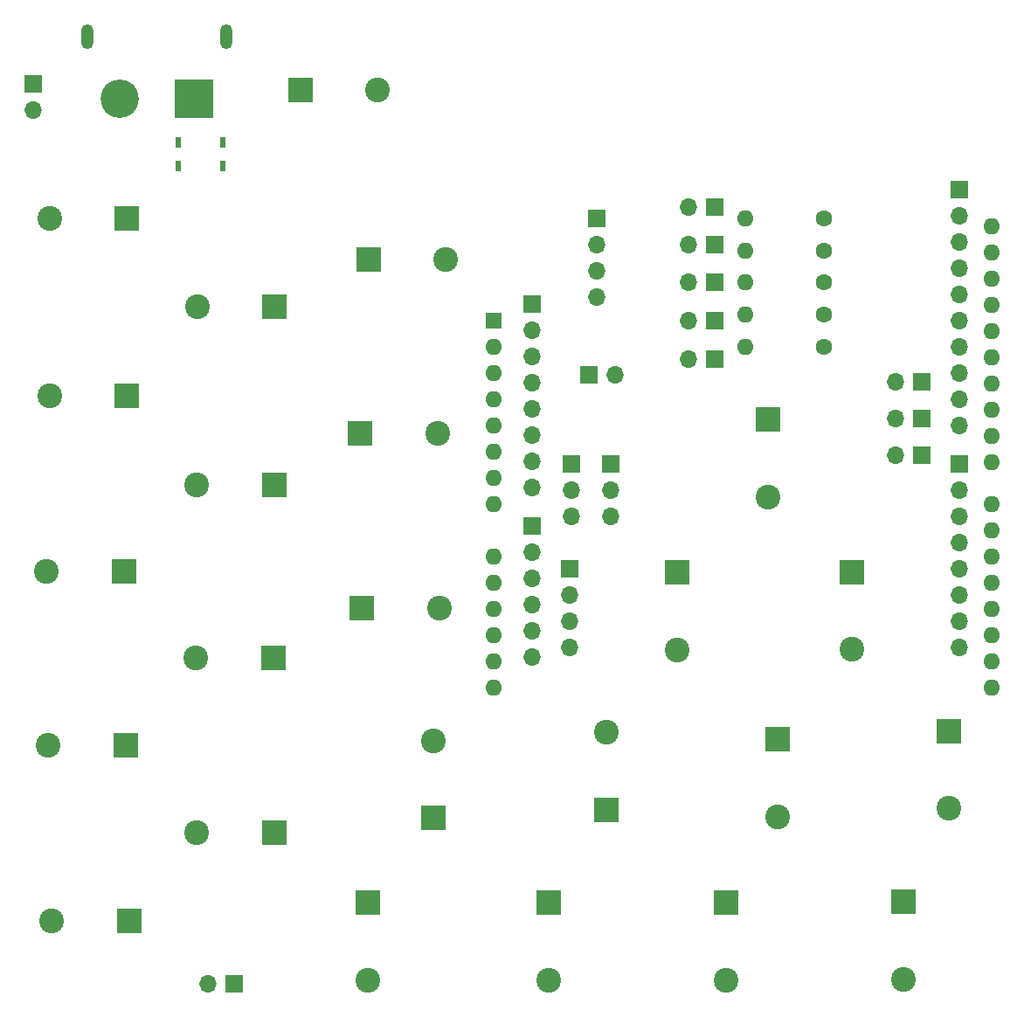
<source format=gbr>
%TF.GenerationSoftware,KiCad,Pcbnew,7.0.7*%
%TF.CreationDate,2023-09-20T14:32:49+02:00*%
%TF.ProjectId,Actuator,41637475-6174-46f7-922e-6b696361645f,v0.0*%
%TF.SameCoordinates,Original*%
%TF.FileFunction,Soldermask,Top*%
%TF.FilePolarity,Negative*%
%FSLAX46Y46*%
G04 Gerber Fmt 4.6, Leading zero omitted, Abs format (unit mm)*
G04 Created by KiCad (PCBNEW 7.0.7) date 2023-09-20 14:32:49*
%MOMM*%
%LPD*%
G01*
G04 APERTURE LIST*
%ADD10R,3.716000X3.716000*%
%ADD11C,3.716000*%
%ADD12O,1.200000X2.400000*%
%ADD13R,1.700000X1.700000*%
%ADD14O,1.700000X1.700000*%
%ADD15C,1.600000*%
%ADD16O,1.600000X1.600000*%
%ADD17R,2.400000X2.400000*%
%ADD18C,2.400000*%
%ADD19R,0.500000X1.075000*%
%ADD20R,1.600000X1.600000*%
G04 APERTURE END LIST*
D10*
%TO.C,J21*%
X109150000Y-70345000D03*
D11*
X101950000Y-70345000D03*
D12*
X112300000Y-64345000D03*
X98800000Y-64345000D03*
%TD*%
D13*
%TO.C,J17*%
X159579000Y-95619000D03*
D14*
X157039000Y-95619000D03*
%TD*%
D13*
%TO.C,J14*%
X179689000Y-101359000D03*
D14*
X177149000Y-101359000D03*
%TD*%
D15*
%TO.C,R1*%
X170179000Y-94394000D03*
D16*
X162559000Y-94394000D03*
%TD*%
D13*
%TO.C,J13*%
X179689000Y-104959000D03*
D14*
X177149000Y-104959000D03*
%TD*%
D13*
%TO.C,J23*%
X93554000Y-68919000D03*
D14*
X93554000Y-71459000D03*
%TD*%
D17*
%TO.C,C18*%
X132329000Y-140081755D03*
D18*
X132329000Y-132581755D03*
%TD*%
D13*
%TO.C,J11*%
X145689000Y-105779000D03*
D14*
X145689000Y-108319000D03*
X145689000Y-110859000D03*
%TD*%
D17*
%TO.C,C24*%
X164729000Y-101469000D03*
D18*
X164729000Y-108969000D03*
%TD*%
D13*
%TO.C,J8*%
X183329000Y-105769000D03*
D14*
X183329000Y-108309000D03*
X183329000Y-110849000D03*
X183329000Y-113389000D03*
X183329000Y-115929000D03*
X183329000Y-118469000D03*
X183329000Y-121009000D03*
X183329000Y-123549000D03*
%TD*%
D17*
%TO.C,C8*%
X143529000Y-148269000D03*
D18*
X143529000Y-155769000D03*
%TD*%
D13*
%TO.C,J20*%
X159579000Y-91894000D03*
D14*
X157039000Y-91894000D03*
%TD*%
D15*
%TO.C,R7*%
X170179000Y-91294000D03*
D16*
X162559000Y-91294000D03*
%TD*%
D15*
%TO.C,R4*%
X170179000Y-81994000D03*
D16*
X162559000Y-81994000D03*
%TD*%
D17*
%TO.C,C2*%
X102529000Y-133069000D03*
D18*
X95029000Y-133069000D03*
%TD*%
D17*
%TO.C,C23*%
X182329000Y-131669000D03*
D18*
X182329000Y-139169000D03*
%TD*%
D13*
%TO.C,J19*%
X159579000Y-84519000D03*
D14*
X157039000Y-84519000D03*
%TD*%
D13*
%TO.C,J5*%
X141889000Y-90259000D03*
D14*
X141889000Y-92799000D03*
X141889000Y-95339000D03*
X141889000Y-97879000D03*
X141889000Y-100419000D03*
X141889000Y-102959000D03*
X141889000Y-105499000D03*
X141889000Y-108039000D03*
%TD*%
D17*
%TO.C,C22*%
X165729000Y-132469000D03*
D18*
X165729000Y-139969000D03*
%TD*%
D17*
%TO.C,C7*%
X160719000Y-148279000D03*
D18*
X160719000Y-155779000D03*
%TD*%
D13*
%TO.C,J10*%
X145529000Y-115949000D03*
D14*
X145529000Y-118489000D03*
X145529000Y-121029000D03*
X145529000Y-123569000D03*
%TD*%
D19*
%TO.C,Z1*%
X107599000Y-76931000D03*
X107599000Y-74607000D03*
%TD*%
D17*
%TO.C,C13*%
X177879000Y-148229000D03*
D18*
X177879000Y-155729000D03*
%TD*%
D17*
%TO.C,C15*%
X119429000Y-69569000D03*
D18*
X126929000Y-69569000D03*
%TD*%
D17*
%TO.C,C9*%
X125979000Y-148269000D03*
D18*
X125979000Y-155769000D03*
%TD*%
D13*
%TO.C,J12*%
X149489000Y-105779000D03*
D14*
X149489000Y-108319000D03*
X149489000Y-110859000D03*
%TD*%
D13*
%TO.C,J22*%
X159579000Y-80894000D03*
D14*
X157039000Y-80894000D03*
%TD*%
D13*
%TO.C,J16*%
X147389000Y-97169000D03*
D14*
X149929000Y-97169000D03*
%TD*%
D17*
%TO.C,C3*%
X102341754Y-116169000D03*
D18*
X94841754Y-116169000D03*
%TD*%
D15*
%TO.C,R3*%
X170189000Y-85094000D03*
D16*
X162569000Y-85094000D03*
%TD*%
D13*
%TO.C,J7*%
X183329000Y-79229000D03*
D14*
X183329000Y-81769000D03*
X183329000Y-84309000D03*
X183329000Y-86849000D03*
X183329000Y-89389000D03*
X183329000Y-91929000D03*
X183329000Y-94469000D03*
X183329000Y-97009000D03*
X183329000Y-99549000D03*
X183329000Y-102089000D03*
%TD*%
D17*
%TO.C,C1*%
X102829000Y-150069000D03*
D18*
X95329000Y-150069000D03*
%TD*%
D19*
%TO.C,Z2*%
X111929000Y-74607000D03*
X111929000Y-76931000D03*
%TD*%
D17*
%TO.C,C16*%
X126029000Y-85969000D03*
D18*
X133529000Y-85969000D03*
%TD*%
D15*
%TO.C,R2*%
X170189000Y-88194000D03*
D16*
X162569000Y-88194000D03*
%TD*%
D17*
%TO.C,C10*%
X116929000Y-141469000D03*
D18*
X109429000Y-141469000D03*
%TD*%
D17*
%TO.C,C11*%
X116829000Y-124569000D03*
D18*
X109329000Y-124569000D03*
%TD*%
D17*
%TO.C,C12*%
X116929000Y-107769000D03*
D18*
X109429000Y-107769000D03*
%TD*%
D17*
%TO.C,C6*%
X116941754Y-90569000D03*
D18*
X109441754Y-90569000D03*
%TD*%
D17*
%TO.C,C4*%
X102629000Y-99169000D03*
D18*
X95129000Y-99169000D03*
%TD*%
D17*
%TO.C,C21*%
X155929000Y-116269000D03*
D18*
X155929000Y-123769000D03*
%TD*%
D17*
%TO.C,C17*%
X125429000Y-119769000D03*
D18*
X132929000Y-119769000D03*
%TD*%
D13*
%TO.C,J15*%
X179639000Y-97784000D03*
D14*
X177099000Y-97784000D03*
%TD*%
D17*
%TO.C,C19*%
X149129000Y-139281755D03*
D18*
X149129000Y-131781755D03*
%TD*%
D13*
%TO.C,J6*%
X141889000Y-111779000D03*
D14*
X141889000Y-114319000D03*
X141889000Y-116859000D03*
X141889000Y-119399000D03*
X141889000Y-121939000D03*
X141889000Y-124479000D03*
%TD*%
D13*
%TO.C,J24*%
X113069000Y-156169000D03*
D14*
X110529000Y-156169000D03*
%TD*%
D17*
%TO.C,C20*%
X172929000Y-116256246D03*
D18*
X172929000Y-123756246D03*
%TD*%
D13*
%TO.C,J18*%
X159579000Y-88194000D03*
D14*
X157039000Y-88194000D03*
%TD*%
D13*
%TO.C,J9*%
X148129000Y-81949000D03*
D14*
X148129000Y-84489000D03*
X148129000Y-87029000D03*
X148129000Y-89569000D03*
%TD*%
D17*
%TO.C,C14*%
X125229000Y-102769000D03*
D18*
X132729000Y-102769000D03*
%TD*%
D17*
%TO.C,C5*%
X102629000Y-81969000D03*
D18*
X95129000Y-81969000D03*
%TD*%
D20*
%TO.C,A1*%
X138189000Y-91879000D03*
D16*
X138189000Y-94419000D03*
X138189000Y-96959000D03*
X138189000Y-99499000D03*
X138189000Y-102039000D03*
X138189000Y-104579000D03*
X138189000Y-107119000D03*
X138189000Y-109659000D03*
X138189000Y-114739000D03*
X138189000Y-117279000D03*
X138189000Y-119819000D03*
X138189000Y-122359000D03*
X138189000Y-124899000D03*
X138189000Y-127439000D03*
X186449000Y-127439000D03*
X186449000Y-124899000D03*
X186449000Y-122359000D03*
X186449000Y-119819000D03*
X186449000Y-117279000D03*
X186449000Y-114739000D03*
X186449000Y-112199000D03*
X186449000Y-109659000D03*
X186449000Y-105599000D03*
X186449000Y-103059000D03*
X186449000Y-100519000D03*
X186449000Y-97979000D03*
X186449000Y-95439000D03*
X186449000Y-92899000D03*
X186449000Y-90359000D03*
X186449000Y-87819000D03*
X186449000Y-85279000D03*
X186449000Y-82739000D03*
%TD*%
M02*

</source>
